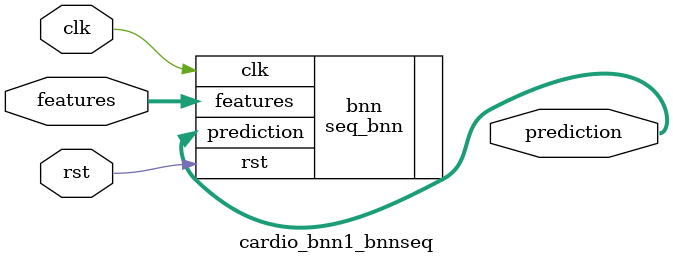
<source format=v>













module cardio_bnn1_bnnseq #(

parameter FEAT_CNT = 19,
parameter HIDDEN_CNT = 40,
parameter FEAT_BITS = 4,
parameter CLASS_CNT = 3,
parameter TEST_CNT = 1000


  ) (
  input clk,
  input rst,
  input [FEAT_CNT*FEAT_BITS-1:0] features,
  output [$clog2(CLASS_CNT)-1:0] prediction
  );

  localparam Weights0 = 760'b0011100010010101010110101000111001101000011010010101000110110011100000010001101101001011111100011010011110011001101101010100110000010010011101010100000110000011000001011110100001000100010000100101111111001010001010010100110111001001001100101001100110001010001011000100101111001101011001110000010100001110000010000101100010101001100111011010001101001101000110101011000000000111110000000010101001001100110000011011110000100010011111111111000110100101110110110011101011011001100100111010110011101110001000000010001010000100101110010010110110000111001001011101101100010011000101101000010010111010011111000110100110111000001001110101000110110011101001101001010001001001101100101010000001000001101110010010011101010001000100110000110100101010100110001100111101101101 ;
  localparam Weights1 = 120'b101010000001111100000011001000100011100111001011000110110011011101101001101001110100101100111001001101110110000110110011 ;

  seq_bnn #(.FEAT_CNT(FEAT_CNT),.FEAT_BITS(FEAT_BITS),.HIDDEN_CNT(HIDDEN_CNT),.CLASS_CNT(CLASS_CNT),.Weights0(Weights0),.Weights1(Weights1)) bnn (
    .clk(clk),
    .rst(rst),
    .features(features),
    .prediction(prediction)
  );

endmodule

</source>
